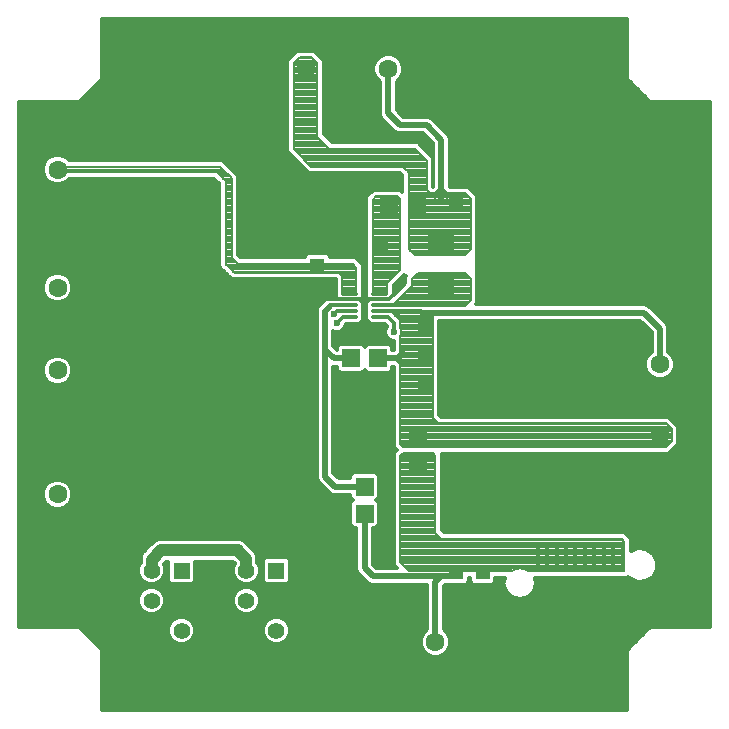
<source format=gtl>
G04 Output by ViewMate Pro V11.6.20  PentaLogix*
G04 Fri Sep 23 13:45:53 2016*
%FSLAX25Y25*%
%MOIN*%
%IPPOS*%
%ADD15R,0.0551X0.0551*%
%ADD16C,0.0551*%
%ADD17R,0.0472X0.0492*%
%ADD18R,0.0866X0.0807*%
%ADD19R,0.0157X0.0984*%
%ADD20C,0.0079*%
%ADD21C,0.0236*%
%ADD22C,0.0197*%
%ADD23C,0.0394*%
%ADD101R,0.0236X0.2165*%
%ADD102C,0.0118*%
%ADD103C,0.063*%
%ADD104R,0.0591X0.0591*%
%ADD105R,0.0492X0.0472*%

%LPD*%
X0Y0D2*D20*G1X133045Y49825D2*X167715D1*X129785Y149465D2*X121265D1*Y148695D2*X129015D1*X128235Y147925D2*X121265D1*Y147155D2*X127465D1*X126695Y146375D2*X121265D1*Y145605D2*X125985D1*Y144835D2*X121265D1*Y144065D2*X125985D1*Y143285D2*X121265D1*Y142515D2*X125985D1*X111025D2*X115745D1*Y143285D2*X111025D1*Y144065D2*X115745D1*Y144835D2*X111025D1*Y145605D2*X115745D1*Y146375D2*X111025D1*Y147155D2*X115745D1*Y147925D2*X111025D1*X110365Y148695D2*X115745D1*X114755Y151785D2*X72425D1*X73205Y151015D2*X115525D1*X115745Y149465D2*X74745D1*X73975Y150245D2*X115745D1*X72245Y152555D2*X75595D1*X74825Y153335D2*X72245D1*Y154105D2*X74215D1*Y154875D2*X72245D1*Y155645D2*X74215D1*Y156425D2*X72245D1*Y157195D2*X74215D1*Y157965D2*X72245D1*Y158735D2*X74215D1*Y159515D2*X72245D1*Y160285D2*X74215D1*Y161055D2*X72245D1*Y161825D2*X74215D1*Y162595D2*X72245D1*Y163375D2*X74215D1*Y164145D2*X72245D1*Y164915D2*X74215D1*Y165685D2*X72245D1*Y166465D2*X74215D1*Y167235D2*X72245D1*Y168005D2*X74215D1*Y168775D2*X72245D1*Y169555D2*X74215D1*Y170325D2*X72245D1*Y171095D2*X74215D1*Y171865D2*X72245D1*Y172645D2*X74215D1*Y173415D2*X72245D1*Y174185D2*X74215D1*Y174955D2*X72245D1*Y175735D2*X74215D1*Y176505D2*X72245D1*Y177275D2*X74215D1*Y178045D2*X72245D1*Y178825D2*X74215D1*Y179595D2*X72185D1*X71405Y180365D2*X74215D1*X73585Y181135D2*X70635D1*X69865Y181905D2*X72815D1*X72045Y182685D2*X14955D1*X14185Y183455D2*X71275D1*X70495Y184225D2*X14935D1*X70275Y184455D2*X15155D1*X14175Y183465*X15155Y182485*X69295*X72245Y179525*Y151965*X75195Y149015*X110045*X111025Y148035*Y141935*X115745*Y150785*X114565Y151965*X76185*X74215Y153935*Y180515*X70275Y184455*X101125Y220535D2*X96515D1*X95745Y219755D2*X101895D1*X102675Y218985D2*X94965D1*X94885Y218215D2*X102755D1*Y217445D2*X94885D1*Y216665D2*X102755D1*Y215895D2*X94885D1*Y215125D2*X102755D1*Y214355D2*X94885D1*Y213575D2*X102755D1*Y212805D2*X94885D1*Y212035D2*X102755D1*Y211265D2*X94885D1*Y210485D2*X102755D1*Y209715D2*X94885D1*Y208945D2*X102755D1*Y208175D2*X94885D1*Y207395D2*X102755D1*Y206625D2*X94885D1*Y205855D2*X102755D1*Y205085D2*X94885D1*Y204305D2*X102755D1*Y203535D2*X94885D1*Y202765D2*X102755D1*Y201995D2*X94885D1*Y201225D2*X102755D1*Y200445D2*X94885D1*Y199675D2*X102755D1*Y198905D2*X94885D1*Y198135D2*X102755D1*Y197355D2*X94885D1*Y196585D2*X102755D1*Y195815D2*X94885D1*Y195045D2*X102755D1*X102785Y194265D2*X94885D1*Y193495D2*X103555D1*X104325Y192725D2*X94885D1*Y191955D2*X105095D1*X105875Y191175D2*X94885D1*Y190405D2*X106645D1*X139175Y184995D2*X100235D1*X99465Y185775D2*X139175D1*X139045Y186545D2*X98695D1*X97925Y187315D2*X138275D1*X137505Y188085D2*X97145D1*X95605Y189635D2*X135955D1*X136735Y188865D2*X96375D1*X139175Y184225D2*X131525D1*X132295Y183455D2*X139175D1*Y182685D2*X133065D1*X133265Y181905D2*X139175D1*Y181135D2*X133265D1*Y180365D2*X139175D1*Y179595D2*X133265D1*Y178825D2*X139175D1*Y178045D2*X133265D1*Y177275D2*X139175D1*X139245Y176505D2*X133265D1*Y175735D2*X140015D1*X152605Y174955D2*X133265D1*X134515Y155645D2*X152695D1*X153465Y156425D2*X133735D1*X133265Y157195D2*X153935D1*Y157965D2*X133265D1*Y158735D2*X153935D1*Y159515D2*X133265D1*Y160285D2*X153935D1*Y161055D2*X133265D1*Y161825D2*X153935D1*Y162595D2*X133265D1*Y163375D2*X153935D1*Y164145D2*X133265D1*Y164915D2*X153935D1*Y165685D2*X133265D1*Y166465D2*X153935D1*Y167235D2*X133265D1*Y168005D2*X153935D1*Y168775D2*X133265D1*Y169555D2*X153935D1*Y170325D2*X133265D1*Y171095D2*X153935D1*Y171865D2*X133265D1*Y172645D2*X153935D1*Y173415D2*X133265D1*X153935Y173625D2*X151965Y175595D1*X140155*X139175Y176575*Y186415*X135235Y190355*X106695*X102755Y194295*Y218895*X100785Y220865*X96855*X94885Y218895*Y190355*X100785Y184455*X131305*X133265Y182485*Y156895*X135235Y154925*X151965*X153935Y156895*Y173625*X133265Y174185D2*X153375D1*X122025D2*X129755D1*X130315Y173415D2*X121265D1*Y172645D2*X130315D1*Y171865D2*X121265D1*Y171095D2*X130315D1*Y170325D2*X121265D1*Y169555D2*X130315D1*Y168775D2*X121265D1*Y168005D2*X130315D1*Y167235D2*X121265D1*Y166465D2*X130315D1*Y165685D2*X121265D1*Y164915D2*X130315D1*Y164145D2*X121265D1*Y163375D2*X130315D1*Y162595D2*X121265D1*Y161825D2*X130315D1*Y161055D2*X121265D1*Y160285D2*X130315D1*Y159515D2*X121265D1*Y158735D2*X130315D1*Y157965D2*X121265D1*Y157195D2*X130315D1*Y156425D2*X121265D1*Y155645D2*X130315D1*Y154875D2*X121265D1*Y154105D2*X130315D1*Y153335D2*X121265D1*Y152555D2*X130315D1*Y151785D2*X121265D1*Y151015D2*X130315D1*Y150245D2*X121265D1*X130315Y150005D2*Y173625D1*X129335Y174605*X122445*X121265Y173425*Y141935*X125845*X125985Y142075*Y145675*X130315Y150005*X152295Y148695D2*X135905D1*X135125Y147925D2*X153065D1*X153835Y147155D2*X134355D1*X134255Y146375D2*X153935D1*Y145605D2*X134255D1*Y144835D2*X153935D1*Y144065D2*X133625D1*X128225Y138655D2*X152635D1*X153405Y139425D2*X128995D1*X153935Y139965D2*Y147045D1*X151965Y149015*X136225*X134255Y147045*Y144685*X127955Y138385*Y137995*X151965*X153935Y139965*X129765Y140205D2*X153935D1*Y140975D2*X130535D1*X131315Y141745D2*X153935D1*Y142515D2*X132085D1*X132855Y143285D2*X153935D1*X127245Y136335D2*X139255D1*X140025Y135565D2*X128015D1*X128795Y134795D2*X140795D1*X141145Y134025D2*X129565D1*X130315Y133245D2*X141145D1*Y132475D2*X130315D1*Y131705D2*X141145D1*Y130935D2*X130315D1*X130705Y130155D2*X141145D1*Y129385D2*X130705D1*Y128615D2*X141145D1*Y127845D2*X130315D1*Y127065D2*X141145D1*Y126295D2*X130315D1*Y125525D2*X141145D1*Y124755D2*X130315D1*Y123975D2*X141145D1*Y123205D2*X130315D1*Y122435D2*X141145D1*Y121665D2*X130315D1*Y120895D2*X141145D1*Y120115D2*X130315D1*Y119345D2*X141145D1*Y118575D2*X130315D1*Y117805D2*X141145D1*Y117025D2*X130315D1*Y116255D2*X141145D1*Y115485D2*X130315D1*Y114715D2*X141145D1*Y113935D2*X130315D1*Y113165D2*X141145D1*Y112395D2*X130315D1*Y111625D2*X141145D1*Y110845D2*X130315D1*Y110075D2*X141145D1*Y109305D2*X130315D1*Y108535D2*X141145D1*Y107755D2*X130315D1*Y106985D2*X141145D1*Y106215D2*X130315D1*Y105445D2*X141145D1*Y104665D2*X130315D1*Y103895D2*X141145D1*Y103125D2*X130315D1*Y102355D2*X141145D1*Y101575D2*X130315D1*Y100805D2*X141145D1*X141895Y100035D2*X130315D1*Y99265D2*X142665D1*X219225Y98495D2*X130315D1*Y97715D2*X220005D1*X220775Y96945D2*X130315D1*Y96175D2*X220865D1*Y95405D2*X130315D1*Y94625D2*X220865D1*Y93855D2*X130315D1*Y93085D2*X220865D1*X220265Y92315D2*X130315D1*X130705Y91535D2*X219495D1*X131305Y90945D2*X218895D1*X220865Y92915*Y96855*X218895Y98825*X143115*X141145Y100785*Y134455*X139175Y136415*X127165*X130315Y133265*Y130705*X130705Y130315*Y128355*X130315Y127955*Y91935*X131305Y90945*X130775Y88445D2*X141675D1*X142125Y87675D2*X130315D1*Y86905D2*X142125D1*Y86135D2*X130315D1*Y85355D2*X142125D1*Y84585D2*X130315D1*Y83815D2*X142125D1*Y83045D2*X130315D1*Y82265D2*X142125D1*Y81495D2*X130315D1*Y80725D2*X142125D1*Y79955D2*X130315D1*Y79185D2*X142125D1*Y78405D2*X130315D1*Y77635D2*X142125D1*Y76865D2*X130315D1*Y76095D2*X142125D1*Y75315D2*X130315D1*Y74545D2*X142125D1*Y73775D2*X130315D1*Y73005D2*X142125D1*Y72225D2*X130315D1*Y71455D2*X142125D1*Y70685D2*X130315D1*Y69915D2*X142125D1*Y69135D2*X130315D1*Y68365D2*X142125D1*Y67595D2*X130315D1*Y66825D2*X142125D1*Y66045D2*X130315D1*Y65275D2*X142125D1*Y64505D2*X130315D1*Y63735D2*X142125D1*Y62955D2*X130315D1*Y62185D2*X142345D1*X143115Y61415D2*X130315D1*Y60645D2*X143885D1*X204695Y59875D2*X130315D1*Y59095D2*X205115D1*Y58325D2*X130315D1*Y57555D2*X205115D1*Y56785D2*X130315D1*Y56005D2*X205115D1*Y55235D2*X130315D1*Y54465D2*X205115D1*Y53695D2*X130315D1*Y52915D2*X205115D1*Y52145D2*X130735D1*X131505Y51375D2*X205115D1*Y50605D2*X132275D1*X172845Y49825D2*X204355D1*X173065Y49605D2*X204135D1*X205115Y50595*Y59455*X204135Y60435*X144095*X142125Y62405*Y87995*X141145Y88975*X131305*X130315Y87995*Y52565*X133265Y49605*X167495*X167815Y49935*X168965Y50235*X169335Y50395*X169545*X170275Y50595*X171015Y50395*X171215*X171595Y50235*X172735Y49935*X173065Y49605*D22*X142125Y25985D2*Y45865D1*X144095Y47835*X105315Y123425D2*Y136025D1*X131305Y122445D2*X129335Y120475D1*X131305Y118505D2*X129335Y120475D1*X123035*X113975D2*X108265D1*X105315Y123425*Y81105*X108665Y77755*X118505*Y68705D2*Y50595D1*X121265Y47835*X144095*X147635*X149015Y49215*X216935Y118505D2*Y130315D1*X211515Y135725*X137695*X142125Y174605D2*X144095Y176575D1*Y173625*X146065Y174605D2*X144095Y176575D1*Y193305*X139175Y198225*X130315*X126375Y202165*Y216935*D23*X47565Y49765D2*Y53465D1*X50595Y56495*X76185*Y56415*X79055Y53545*Y49765*D102*X83155Y51705D2*X84525D1*Y50535D2*X83585D1*Y49375D2*X84525D1*Y48205D2*X83315D1*X82735Y47035D2*X84525D1*X84935Y45875D2*X81495D1*X165135Y47035D2*X162105D1*X161865Y45875D2*X164815D1*X153645Y47035D2*X153245D1*X153005Y45875D2*X153885D1*X233665Y31875D2*X144885D1*Y33045D2*X233665D1*Y34215D2*X144885D1*Y35375D2*X233665D1*Y36545D2*X144885D1*Y37715D2*X233665D1*Y38875D2*X144885D1*X207285Y56365D2*X207435D1*X233665Y62195D2*X205435D1*X206595Y61035D2*X233665D1*Y59865D2*X207285D1*Y58705D2*X233665D1*Y57535D2*X207285D1*X213245Y56365D2*X233665D1*Y55205D2*X214795D1*X215405Y54035D2*X233665D1*Y52865D2*X215975D1*Y51705D2*X233665D1*Y50535D2*X215975D1*X215535Y49375D2*X233665D1*Y48205D2*X214925D1*X213615Y47035D2*X233665D1*X175425D2*X207045D1*X233665Y45875D2*X175735D1*X175535Y44705D2*X233665D1*Y43545D2*X175215D1*X174515Y42375D2*X233665D1*Y41205D2*X173345D1*X144885Y40045D2*X233665D1*X167205Y41205D2*X144885D1*Y42375D2*X166045D1*X165025Y44705D2*X144885D1*Y43545D2*X165335D1*X81685D2*X139375D1*Y42375D2*X82845D1*X83355Y41205D2*X139375D1*Y40045D2*X83585D1*Y38875D2*X139375D1*Y37715D2*X83105D1*X82235Y36545D2*X139375D1*X206105Y3895D2*X30905D1*Y5055D2*X206105D1*Y6225D2*X30905D1*Y7395D2*X206105D1*Y8555D2*X30905D1*Y9725D2*X206105D1*Y10885D2*X30905D1*Y12055D2*X206105D1*Y13225D2*X30905D1*Y14385D2*X206105D1*Y15555D2*X30905D1*Y16725D2*X206105D1*Y17885D2*X30905D1*Y19055D2*X206105D1*Y20215D2*X30905D1*X144885Y30715D2*X213475D1*X212315Y29545D2*X145525D1*X146465Y28385D2*X211145D1*X209975Y27215D2*X146945D1*X147045Y26045D2*X208815D1*X207645Y24885D2*X146995D1*X146515Y23715D2*X206485D1*X206105Y22555D2*X145655D1*X143885Y21385D2*X206105D1*X30905D2*X140375D1*X138605Y22555D2*X30905D1*X30525Y23715D2*X137745D1*X53435Y45875D2*X49995D1*X51235Y47035D2*X53035D1*Y48205D2*X51815D1*X52085Y49375D2*X53035D1*Y50535D2*X52085D1*X51655Y51705D2*X53035D1*X102915Y79695D2*X18155D1*X19775Y78525D2*X103995D1*X48955Y59865D2*X3345D1*Y58705D2*X47505D1*X46335Y57535D2*X3345D1*Y56365D2*X45175D1*X44235Y55205D2*X3345D1*Y54035D2*X43825D1*Y52865D2*X3345D1*Y51705D2*X43465D1*X43035Y50535D2*X3345D1*Y49375D2*X43035D1*X43305Y48205D2*X3345D1*Y47035D2*X43885D1*X45125Y45875D2*X3345D1*Y36545D2*X44375D1*X43515Y37715D2*X3345D1*Y38875D2*X43035D1*Y40045D2*X3345D1*Y41205D2*X43255D1*X43765Y42375D2*X3345D1*Y43545D2*X44935D1*X139375Y44705D2*X3345D1*X92805Y54035D2*X115745D1*Y52865D2*X93585D1*Y51705D2*X115745D1*Y50535D2*X93585D1*Y49375D2*X116025D1*X119325Y45875D2*X93185D1*X93585Y47035D2*X118165D1*X116995Y48205D2*X93585D1*X128155Y51705D2*X121295D1*X121265Y52865D2*X128155D1*Y54035D2*X121265D1*Y55205D2*X128155D1*Y56365D2*X121265D1*Y57535D2*X128155D1*Y58705D2*X121265D1*Y59865D2*X128155D1*Y61035D2*X121265D1*Y62195D2*X128155D1*X19435Y71525D2*X113785D1*X114085Y72695D2*X20435D1*X20915Y73855D2*X113995D1*X108055Y75025D2*X21065D1*X21055Y76195D2*X106335D1*X105165Y77355D2*X20575D1*X113785Y80855D2*X109465D1*X108295Y82025D2*X114355D1*X19615Y179975D2*X68735D1*X69905Y178805D2*X17765D1*X76375Y155485D2*X99535D1*X98525Y154325D2*X76895D1*X107675Y138195D2*X107485D1*X111225Y136225D2*X115545D1*X113385D2*X109255D1*X108265Y135235*X104925Y135825D2*Y136225D1*X106895Y138195*X107485*X105315Y136025*X105515D2*X107675Y138195D1*X113385*X115545D2*X111225D1*X145085Y159155D2*X144095D1*X145085Y156495D2*X144685D1*Y156895*X144885*Y156695*X145085*X145675*Y156305*X145275*Y156495*X145085*Y156695*Y159155*X102765Y221955D2*X206105D1*X104925Y196305D2*X128345D1*X127185Y197465D2*X104925D1*Y198635D2*X126015D1*X124845Y199795D2*X104925D1*Y200965D2*X123895D1*X123625Y202135D2*X104925D1*Y203295D2*X123625D1*Y204465D2*X104925D1*Y205625D2*X123625D1*Y206795D2*X104925D1*Y207965D2*X123625D1*Y209125D2*X104925D1*Y210295D2*X123625D1*Y211455D2*X104925D1*Y212625D2*X123625D1*X122555Y213795D2*X104925D1*Y214955D2*X121865D1*X121455Y216125D2*X104925D1*Y217295D2*X121455D1*X121685Y218455D2*X104925D1*Y219625D2*X122165D1*X123275Y220785D2*X103925D1*X206105D2*X129485D1*X130595Y219625D2*X206105D1*Y218455D2*X131075D1*X131305Y217295D2*X206105D1*Y216125D2*X131305D1*X130885Y214955D2*X206105D1*Y213795D2*X130205D1*X129135Y212625D2*X207145D1*X208315Y211455D2*X129135D1*Y210295D2*X209485D1*X210645Y209125D2*X129135D1*Y207965D2*X211815D1*X212975Y206795D2*X129135D1*X146855Y179975D2*X233665D1*Y181145D2*X146855D1*Y182305D2*X233665D1*Y183475D2*X146855D1*Y184635D2*X233665D1*Y185805D2*X146855D1*Y186975D2*X233665D1*Y188135D2*X146855D1*Y189305D2*X233665D1*Y190475D2*X146855D1*Y191635D2*X233665D1*Y192805D2*X146855D1*X146805Y193965D2*X233665D1*Y195135D2*X146165D1*X145005Y196305D2*X233665D1*Y197465D2*X143835D1*X129135Y205625D2*X233665D1*Y204465D2*X129135D1*X129145Y203295D2*X233665D1*Y202135D2*X130315D1*X139775Y200965D2*X233665D1*Y199795D2*X141505D1*X142665Y198635D2*X233665D1*X104975Y195135D2*X138375D1*X139535Y193965D2*X106145D1*X76375Y181145D2*X131105D1*Y179975D2*X76375D1*Y178805D2*X131105D1*Y177645D2*X76375D1*X130525Y176475D2*X131105D1*X76375D2*X121245D1*X120085Y175315D2*X76375D1*Y174145D2*X119095D1*Y172975D2*X76375D1*Y171815D2*X119095D1*Y170645D2*X76375D1*Y169485D2*X119095D1*Y168315D2*X76375D1*Y167145D2*X119095D1*Y165985D2*X76375D1*Y164815D2*X119095D1*Y163645D2*X76375D1*Y162485D2*X119095D1*Y161315D2*X76375D1*Y160155D2*X119095D1*Y158985D2*X76375D1*Y157815D2*X119095D1*Y156655D2*X76375D1*X105975Y155485D2*X119095D1*Y154325D2*X106985D1*X119095Y153155D2*X116445D1*X117615Y151985D2*X119095D1*Y150825D2*X117915D1*Y149655D2*X119095D1*Y148495D2*X117915D1*Y147325D2*X119095D1*Y146155D2*X117915D1*Y144995D2*X119095D1*Y143825D2*X117915D1*X125785Y142125D2*X121465D1*X138585Y130315D2*X139175D1*Y134255*Y134455D2*Y134255D1*X137695Y135725*X137205Y136225*X123625*X129725Y135435D2*X129525D1*X128745Y136225*X123625*X126375Y134255D2*X123625D1*X121465D2*X125785D1*X117755Y115835D2*X119255D1*X108075D2*X110205D1*X109255Y117005D2*X108075D1*X108635Y124005D2*X109255D1*X110265Y125165D2*X108075D1*X119315D2*X117695D1*X128155D2*X126745D1*X128155Y124005D2*X127755D1*Y117005D2*X128155D1*Y115835D2*X126805D1*X108075Y114675D2*X128155D1*Y113505D2*X108075D1*Y112345D2*X128155D1*Y111175D2*X108075D1*Y110005D2*X128155D1*Y108845D2*X108075D1*Y107675D2*X128155D1*Y106515D2*X108075D1*Y105345D2*X128155D1*Y104175D2*X108075D1*Y103015D2*X128155D1*Y101845D2*X108075D1*Y100685D2*X128155D1*Y99515D2*X108075D1*Y98345D2*X128155D1*Y97185D2*X108075D1*Y96015D2*X128155D1*Y94845D2*X108075D1*Y93685D2*X128155D1*Y92515D2*X108075D1*Y91355D2*X128155D1*X128995Y90185D2*X108075D1*Y89015D2*X128275D1*X128155Y87855D2*X108075D1*Y86685D2*X128155D1*Y85525D2*X108075D1*Y84355D2*X128155D1*Y83185D2*X108075D1*X128155Y82025D2*X122655D1*X123225Y80855D2*X128155D1*Y79695D2*X123225D1*Y78525D2*X128155D1*Y77355D2*X123225D1*Y76195D2*X128155D1*Y75025D2*X123225D1*X123015Y73855D2*X128155D1*Y72695D2*X122925D1*X123225Y71525D2*X128155D1*Y70365D2*X123225D1*Y69195D2*X128155D1*Y68025D2*X123225D1*Y66865D2*X128155D1*Y65695D2*X123225D1*X122745Y64535D2*X128155D1*X121265Y63975D2*Y51735D1*X122405Y50595*X129225*X128155Y51665*Y88895*X129225Y89965*X128155Y91035*Y117715*X127755*Y116785*X126715Y115745*X119345*X118505Y116595*X117665Y115745*X110295*X109255Y116785*Y117715*X108075*Y82245*X109805Y80515*X113785*Y81445*X114815Y82485*X122195*X123225Y81445*Y74075*X122385Y73225*X123225Y72385*Y65015*X122195Y63975*X121265*X128155Y63365D2*X121265D1*X233665D2*X144295D1*Y64535D2*X233665D1*Y65695D2*X144295D1*Y66865D2*X233665D1*Y68025D2*X144295D1*Y69195D2*X233665D1*Y70365D2*X144295D1*Y71525D2*X233665D1*Y72695D2*X144295D1*Y73855D2*X233665D1*Y75025D2*X144295D1*Y76195D2*X233665D1*Y77355D2*X144295D1*Y78525D2*X233665D1*Y79695D2*X144295D1*Y80855D2*X233665D1*Y82025D2*X144295D1*Y83185D2*X233665D1*Y84355D2*X144295D1*Y85525D2*X233665D1*Y86685D2*X144295D1*X233665Y100685D2*X220105D1*X221265Y99515D2*X233665D1*Y98345D2*X222435D1*X223035Y97185D2*X233665D1*Y96015D2*X223035D1*Y94845D2*X233665D1*Y93685D2*X223035D1*Y92515D2*X233665D1*Y91355D2*X222365D1*X221205Y90185D2*X233665D1*Y89015D2*X220035D1*X144295Y87855D2*X233665D1*Y101845D2*X143305D1*Y103015D2*X233665D1*Y104175D2*X143305D1*Y105345D2*X233665D1*Y106515D2*X143305D1*Y107675D2*X233665D1*Y108845D2*X143305D1*Y110005D2*X233665D1*Y111175D2*X143305D1*Y112345D2*X233665D1*Y113505D2*X143305D1*Y132165D2*X211185D1*X212355Y130995D2*X143305D1*Y129835D2*X213515D1*X214175Y128665D2*X143305D1*Y127505D2*X214175D1*Y126335D2*X143305D1*Y125165D2*X214175D1*Y124005D2*X143305D1*Y122835D2*X214175D1*X213135Y121665D2*X143305D1*Y120505D2*X212435D1*X212005Y119335D2*X143305D1*Y118175D2*X212005D1*X212225Y117005D2*X143305D1*Y115835D2*X212705D1*X213805Y114675D2*X143305D1*X233665D2*X220055D1*X221155Y115835D2*X233665D1*Y117005D2*X221635D1*X221855Y118175D2*X233665D1*Y119335D2*X221855D1*X221425Y120505D2*X233665D1*Y121665D2*X220725D1*X219685Y122835D2*X233665D1*Y124005D2*X219685D1*Y125165D2*X233665D1*Y126335D2*X219685D1*Y127505D2*X233665D1*Y128665D2*X219685D1*Y129835D2*X233665D1*Y130995D2*X219635D1*X218975Y132165D2*X233665D1*Y133335D2*X217815D1*X216645Y134495D2*X233665D1*Y135665D2*X215485D1*X214315Y136825D2*X233665D1*Y137995D2*X213145D1*X156105Y139165D2*X233665D1*Y140325D2*X156105D1*Y141495D2*X233665D1*Y142655D2*X156105D1*Y143825D2*X233665D1*Y144995D2*X156105D1*Y146155D2*X233665D1*Y147325D2*X156105D1*Y148495D2*X233665D1*Y149655D2*X156105D1*Y150825D2*X233665D1*Y151985D2*X156105D1*Y153155D2*X233665D1*Y154325D2*X156105D1*Y155485D2*X233665D1*Y156655D2*X156105D1*Y157815D2*X233665D1*Y158985D2*X156105D1*Y160155D2*X233665D1*Y161315D2*X156105D1*Y162485D2*X233665D1*Y163645D2*X156105D1*Y164815D2*X233665D1*Y165985D2*X156105D1*Y167145D2*X233665D1*Y168315D2*X156105D1*Y169485D2*X233665D1*Y170645D2*X156105D1*Y171815D2*X233665D1*Y172975D2*X156105D1*Y174145D2*X233665D1*Y175315D2*X155315D1*X154145Y176475D2*X233665D1*Y177645D2*X152985D1*X146855Y178805D2*X233665D1*X140515Y188135D2*X141335D1*Y189305D2*X139355D1*X138185Y190475D2*X141335D1*Y191635D2*X137015D1*X107305Y192805D2*X140705D1*X75485Y182305D2*X99865D1*X98705Y183475D2*X74315D1*X73145Y184635D2*X97535D1*X96375Y185805D2*X71985D1*X19595Y186975D2*X95205D1*X206105Y233615D2*X30905D1*Y232445D2*X206105D1*Y231285D2*X30905D1*Y230115D2*X206105D1*Y228955D2*X30905D1*Y227785D2*X206105D1*Y226615D2*X30905D1*Y225455D2*X206105D1*Y224285D2*X30905D1*Y223125D2*X206105D1*X94875Y221955D2*X30905D1*Y220785D2*X93715D1*X92715Y219625D2*X30905D1*Y218455D2*X92715D1*Y217295D2*X30905D1*Y216125D2*X92715D1*Y214955D2*X30905D1*Y213795D2*X92715D1*Y212625D2*X29865D1*X28695Y211455D2*X92715D1*Y210295D2*X27525D1*X26365Y209125D2*X92715D1*Y207965D2*X25195D1*X24035Y206795D2*X92715D1*Y205625D2*X3345D1*Y204465D2*X92715D1*Y203295D2*X3345D1*Y202135D2*X92715D1*Y200965D2*X3345D1*Y199795D2*X92715D1*Y198635D2*X3345D1*Y197465D2*X92715D1*Y196305D2*X3345D1*Y195135D2*X92715D1*Y193965D2*X3345D1*Y192805D2*X92715D1*Y191635D2*X3345D1*Y190475D2*X92715D1*X92875Y189305D2*X3345D1*X17725Y188135D2*X94035D1*X3345D2*X14565D1*X12685Y186975D2*X3345D1*Y185805D2*X11785D1*X11305Y184635D2*X3345D1*Y183475D2*X11225D1*X11295Y182305D2*X3345D1*Y181145D2*X11775D1*X12675Y179975D2*X3345D1*Y178805D2*X14525D1*X70085Y177645D2*X3345D1*Y176475D2*X70085D1*Y175315D2*X3345D1*Y174145D2*X70085D1*Y172975D2*X3345D1*Y171815D2*X70085D1*Y170645D2*X3345D1*Y169485D2*X70085D1*Y168315D2*X3345D1*Y167145D2*X70085D1*Y165985D2*X3345D1*Y164815D2*X70085D1*Y163645D2*X3345D1*Y162485D2*X70085D1*Y161315D2*X3345D1*Y160155D2*X70085D1*Y158985D2*X3345D1*Y157815D2*X70085D1*Y156655D2*X3345D1*Y155485D2*X70085D1*Y154325D2*X3345D1*Y153155D2*X70085D1*Y151985D2*X3345D1*Y150825D2*X70335D1*X12955Y140325D2*X3345D1*Y141495D2*X11895D1*X11415Y142655D2*X3345D1*Y143825D2*X11225D1*Y144995D2*X3345D1*Y146155D2*X11675D1*X12415Y147325D2*X3345D1*Y148495D2*X13895D1*X71495Y149655D2*X3345D1*X18395Y148495D2*X72665D1*X73825Y147325D2*X19875D1*X113385Y140155D2*X69295D1*X111225D2*X115545D1*X113385D2*X117525D1*X118505Y139175*X119095Y137215D2*Y139165D1*X117915Y136825D2*X119095D1*Y135665D2*X117915D1*X116805Y132165D2*X120205D1*X119095Y133335D2*X117915D1*Y134495D2*X119095D1*X115545Y134255D2*X111225D1*X113385D2*X111225D1*X109255Y132285*X125845Y130995D2*X111915D1*X110975Y129835D2*X125395D1*X125425Y128665D2*X108075D1*Y127505D2*X126005D1*X128155Y126335D2*X108075D1*X128155Y126375D2*X127765D1*X126675Y126825*X125845Y127655*X125395Y128745*Y129915*X125845Y131005*X125985Y131145*Y131305*X125405Y131895*X120475*X119095Y133275*Y135235*X119105*X119095Y135245*Y137205*X119105*X119095Y137215*X117915Y137995D2*X119095D1*X118505Y139175D2*Y138195D1*X117915Y139165D2*Y137215D1*X117905Y137205*X117915*Y135245*X117905Y135235*X117915*Y133275*X116535Y131895*X112205*Y131695*X111755Y130615*X110925Y129785*X109845Y129335*X108665*X108075Y129575*Y124565*X109255Y123385*Y124165*X110295Y125195*X117665*X118505Y124355*X119345Y125195*X126715*X127755Y124165*Y123225*X128155*Y126375*X128345Y129335D2*Y132285D1*X126375Y134255*X121465Y136225D2*X125785D1*X128345Y138195D2*X123625D1*X129165Y142655D2*X128155D1*X130705Y147325D2*X132085D1*Y146155D2*X129535D1*X128365Y144995D2*X131495D1*X128155Y144775D2*X131755Y148375D1*X132135Y147995*X132085Y147945*Y145585*X128155Y141645*Y144775*X130335Y143825D2*X128155D1*X126575Y140155D2*X130315Y143895D1*X121465Y138195D2*X125785D1*X126575Y140155D2*X123625D1*X121465D2*X125785D1*X119295D2*X123625D1*X117205Y140325D2*X119805D1*X119095Y141495D2*X117915D1*Y142655D2*X119095D1*X111225Y142125D2*X115545D1*X20615Y146155D2*X108855D1*Y144995D2*X21065D1*Y143825D2*X108855D1*Y142655D2*X20875D1*X20395Y141495D2*X108855D1*X18935Y139925D2*X17125Y139175D1*X15165*X13355Y139925*X11975Y141305*X11225Y143115*Y145075*X11975Y146885*X13355Y148265*X15165Y149015*X17125*X18935Y148265*X20315Y146885*X21065Y145075*Y143115*X20315Y141305*X18935Y139925*X105685Y140325D2*X19335D1*X3345Y139165D2*X104525D1*X103355Y137995D2*X3345D1*Y136825D2*X102565D1*Y135665D2*X3345D1*Y134495D2*X102565D1*Y133335D2*X3345D1*Y132165D2*X102565D1*Y130995D2*X3345D1*Y129835D2*X102565D1*Y128665D2*X3345D1*Y127505D2*X102565D1*Y126335D2*X3345D1*Y125165D2*X102565D1*Y124005D2*X3345D1*Y122835D2*X102565D1*X13415Y112345D2*X3345D1*Y113505D2*X12215D1*X11585Y114675D2*X3345D1*Y115835D2*X11225D1*Y117005D2*X3345D1*Y118175D2*X11495D1*X11985Y119335D2*X3345D1*Y120505D2*X13155D1*X102565Y121665D2*X3345D1*X19135Y120505D2*X102565D1*Y119335D2*X20305D1*X20795Y118175D2*X102565D1*Y117005D2*X21065D1*Y115835D2*X102565D1*Y114675D2*X20695D1*X20075Y113505D2*X102565D1*X18935Y112365D2*X17125Y111615D1*X15165*X13355Y112365*X11975Y113745*X11225Y115555*Y117515*X11975Y119325*X13355Y120705*X15165Y121455*X17125*X18935Y120705*X20315Y119325*X21065Y117515*Y115555*X20315Y113745*X18935Y112365*X102565Y112345D2*X18875D1*X3345Y111175D2*X102565D1*Y110005D2*X3345D1*Y108845D2*X102565D1*Y107675D2*X3345D1*Y106515D2*X102565D1*Y105345D2*X3345D1*Y104175D2*X102565D1*Y103015D2*X3345D1*Y101845D2*X102565D1*Y100685D2*X3345D1*Y99515D2*X102565D1*Y98345D2*X3345D1*Y97185D2*X102565D1*Y96015D2*X3345D1*Y94845D2*X102565D1*Y93685D2*X3345D1*Y92515D2*X102565D1*Y91355D2*X3345D1*Y90185D2*X102565D1*Y89015D2*X3345D1*Y87855D2*X102565D1*Y86685D2*X3345D1*Y85525D2*X102565D1*Y84355D2*X3345D1*Y83185D2*X102565D1*Y82025D2*X3345D1*Y80855D2*X102565D1*X14125Y79695D2*X3345D1*Y78525D2*X12505D1*X11715Y77355D2*X3345D1*Y76195D2*X11225D1*Y75025D2*X3345D1*Y73855D2*X11375D1*X11855Y72695D2*X3345D1*Y71525D2*X12855D1*X14965Y70365D2*X3345D1*X17125Y70275D2*X15165D1*X13355Y71025*X11975Y72415*X11225Y74215*Y76175*X11975Y77985*X13355Y79375*X15165Y80115*X17125*X18935Y79375*X20315Y77985*X21065Y76175*Y74215*X20315Y72415*X18935Y71025*X17125Y70275*X113785Y70365D2*X17325D1*X3345Y69195D2*X113785D1*Y68025D2*X3345D1*Y66865D2*X113785D1*Y65695D2*X3345D1*Y64535D2*X114265D1*X115745Y63365D2*X3345D1*Y62195D2*X115745D1*Y61035D2*X3345D1*X77825Y59865D2*X115745D1*Y58705D2*X79265D1*X80355Y57535D2*X115745D1*Y56365D2*X81525D1*X82415Y55205D2*X115745D1*X85305Y54035D2*X82795D1*X84525Y53255D2*Y46275D1*X85565Y45235*X92545*X93585Y46275*Y53255*X92545Y54295*X85565*X84525Y53255*X82795Y52865D2*X84525D1*X62085Y51705D2*X74955D1*X74525Y50535D2*X62085D1*Y49375D2*X74525D1*X74805Y48205D2*X62085D1*Y47035D2*X75375D1*X62085Y46275D2*X61055Y45235D1*X54075*X53035Y46275*Y52755*X52145*X51495Y52105*X52085Y50665*Y48865*X51395Y47205*X50125Y45925*X48465Y45235*X46655*X44995Y45925*X43725Y47205*X43035Y48865*Y50665*X43725Y52325*X43825Y52425*Y54205*X44385Y55585*X47425Y58615*X48475Y59665*X49845Y60235*X76925*X78305Y59665*X79355Y58615*X79405Y58485*X81175Y56715*X82225Y55665*X82795Y54285*Y52425*X82895Y52325*X83585Y50665*Y48865*X82895Y47205*X81625Y45925*X79955Y45235*X78155*X76495Y45925*X75215Y47205*X74525Y48865*Y50665*X75145Y52165*X74555Y52755*X62085*Y46275*X76625Y45875D2*X61685D1*X50185Y43545D2*X76425D1*X75265Y42375D2*X51355D1*X51865Y41205D2*X74755D1*X74525Y40045D2*X52085D1*Y38875D2*X74525D1*X75005Y37715D2*X51605D1*X50745Y36545D2*X75875D1*X3345Y33045D2*X54435D1*X53535Y31875D2*X3345D1*X86365Y26045D2*X60245D1*X61405Y27215D2*X85215D1*X84725Y28385D2*X61885D1*X62085Y29545D2*X84525D1*X84545Y30715D2*X62065D1*X61585Y31875D2*X85035D1*X85935Y33045D2*X60685D1*X58655Y34215D2*X87965D1*X3345D2*X56465D1*X46325Y35375D2*X3345D1*X48465Y35235D2*X46655D1*X44995Y35925*X43725Y37205*X43035Y38865*Y40665*X43725Y42325*X44995Y43605*X46655Y44295*X48465*X50125Y43605*X51395Y42325*X52085Y40665*Y38865*X51395Y37205*X50125Y35925*X48465Y35235*X77815Y35375D2*X48805D1*X79955Y35235D2*X78155D1*X76495Y35925*X75215Y37205*X74525Y38865*Y40665*X75215Y42325*X76495Y43605*X78155Y44295*X79955*X81625Y43605*X82895Y42325*X83585Y40665*Y38865*X82895Y37205*X81625Y35925*X79955Y35235*X139375Y35375D2*X80295D1*X90155Y34215D2*X139375D1*Y33045D2*X92175D1*X93085Y31875D2*X139375D1*Y30715D2*X93565D1*X93585Y29545D2*X138725D1*X137795Y28385D2*X93385D1*X92905Y27215D2*X137305D1*X91625Y25925D2*X89955Y25235D1*X88155*X86495Y25925*X85215Y27205*X84525Y28865*Y30665*X85215Y32325*X86495Y33605*X88155Y34295*X89955*X91625Y33605*X92895Y32325*X93585Y30665*Y28865*X92895Y27205*X91625Y25925*X137205Y26045D2*X91745D1*X137205Y25005D2*Y26965D1*X137955Y28775*X139335Y30155*X139375Y30175*Y45085*X120715*X119705Y45495*X118925Y46275*X116165Y49035*X115745Y50045*Y63975*X114815*X113785Y65015*Y72385*X114625Y73225*X113785Y74075*Y75005*X108115*X107105Y75425*X106325Y76195*X102975Y79545*X102565Y80555*Y137205*X103945Y138585*X105915Y140555*X109345*X108855Y141035*Y146855*X74305*X73035Y148125*X70085Y151075*Y178635*X68395Y180315*X19955*X18935Y179295*X17125Y178545*X15165*X13355Y179295*X11975Y180675*X11225Y182485*Y184445*X11975Y186255*X13355Y187635*X15165Y188385*X17125*X18935Y187635*X19955Y186615*X71175*X72445Y185345*X76375Y181415*Y154835*X77075Y154135*X98525*Y154475*X99565Y155515*X105955*X106985Y154475*Y154135*X115465*X116735Y152865*X117915Y151685*Y141035*X116985Y140105*X117915Y139165*X119095*X120025Y140105*X119095Y141035*Y174325*X120275Y175505*X121545Y176775*X130225*X131105Y175895*Y181585*X130405Y182285*X99895*X93985Y188195*X92715Y189455*Y219795*X94685Y221765*X95955Y223035*X101685*X103655Y221065*X104925Y219795*Y195185*X107595Y192525*X136135*X140075Y188585*X141335Y187315*Y177755*Y192165*X138035Y195475*X129765*X128755Y195895*X127975Y196665*X124045Y200605*X123625Y201615*Y212745*X123595Y212755*X122205Y214145*X121455Y215955*Y217905*X122205Y219715*X123595Y221105*X125405Y221855*X127355*X129165Y221105*X130555Y219715*X131305Y217905*Y215955*X130555Y214145*X129165Y212755*X129135Y212745*Y203305*X131455Y200985*X139725*X140735Y200565*X145655Y195645*X146435Y194865*X146855Y193855*Y177755*X152865*X154835Y175785*X156105Y174525*Y139065*X155525Y138485*X212065*X213075Y138065*X213855Y137295*X219265Y131875*X219685Y130865*Y122695*X219715Y122675*X221105Y121295*X221855Y119485*Y117525*X221105Y115715*X219715Y114335*X217905Y113585*X215955*X214145Y114335*X212755Y115715*X212005Y117525*Y119485*X212755Y121295*X214145Y122675*X214175Y122695*Y129175*X210375Y132975*X143305*Y101685*X144005Y100985*X219795*X221765Y99015*X223035Y97745*Y92015*X221065Y90045*X219795Y88785*X144295*Y63295*X144995Y62595*X205035*X206015Y61615*X207285Y60345*Y56305*X209745Y57245*X212455Y56915*X214705Y55365*X215975Y52945*Y50205*X214705Y47795*X212455Y46235*X209745Y45905*X207195Y46875*X206395Y47785*X206055Y47445*X175315*X175785Y45675*X175055Y42915*X173035Y40895*X170275Y40155*X167525Y40895*X165505Y42915*X164765Y45675*X165235Y47445*X162105*Y46115*X161065Y45085*X154685*X153645Y46115*Y47445*X153245*Y46115*X152215Y45085*X145235*X144885Y44725*Y30175*X144915Y30155*X146295Y28775*X147045Y26965*Y25005*X146295Y23195*X144915Y21815*X143105Y21065*X141145*X139335Y21815*X137955Y23195*X137205Y25005*X29365Y24885D2*X137255D1*X23335Y30905D2*X24605Y29635D1*X30905Y23335*Y3345*X206105*Y23335*X212405Y29635*X213675Y30905*X233665*Y206105*X213675*X212405Y207375*X206105Y213675*Y233665*X30905*Y213675*X24605Y207375*X23335Y206105*X3345*Y30905*X23335*X53055Y30715D2*X23535D1*X24695Y29545D2*X53035D1*X53235Y28385D2*X25865D1*X54995Y25925D2*X53725Y27205D1*X53035Y28865*Y30665*X53725Y32325*X54995Y33605*X56655Y34295*X58465*X60125Y33605*X61395Y32325*X62085Y30665*Y28865*X61395Y27205*X60125Y25925*X58465Y25235*X56655*X54995Y25925*X28195Y26045D2*X54875D1*X53715Y27215D2*X27035D1*D15*X57565Y49765D3*X89055D3*D16*X79055Y49765D3*Y39765D3*X89055Y29765D3*X79055D3*X57565D3*X47565D3*Y39765D3*Y49765D3*D17*X116935Y156895D3*X124015D3*X145675Y130315D3*X138585D3*Y121455D3*X145675D3*Y112595D3*X138585D3*D18*X144095Y144785D3*Y159155D3*D19*X176185Y37205D3*X179335D3*X182485D3*X185635D3*X188785D3*X191935D3*X195085D3*X198225D3*X201375D3*X204525D3*Y54135D3*X201375D3*X198225D3*X195085D3*X191935D3*X188785D3*X185635D3*X182485D3*X179335D3*X176185D3*D21*X126375Y232675D3*Y224805D3*X165745Y209055D3*X181495Y177565D3*X173625D3*X130315Y145085D3*X128345Y129335D3*X126375Y126375D3*Y114565D3*X118505D3*X110635D3*Y126375D3*X118505D3*Y132285D3*Y138195D3*Y144095D3*Y150005D3*X94885Y161815D3*X87005D3*Y177565D3*Y169685D3*X24015D3*X16145D3*X8265D3*Y177565D3*X24015Y193305D3*X16145D3*X8265Y185435D3*Y193305D3*Y201185D3*X16145D3*X24015D3*X47635D3*Y209055D3*X79135Y216935D3*X87005D3*Y209055D3*Y201185D3*Y193305D3*Y185435D3*X94885D3*X102755Y177565D3*X94885D3*Y169685D3*X102755D3*X110635Y161815D3*X118505D3*Y169685D3*X110635D3*Y177565D3*X118505D3*X134255Y193305D3*X126375D3*X118505D3*X110635D3*Y209055D3*Y201185D3*X118505D3*Y209055D3*Y216935D3*X110635D3*Y224805D3*X118505D3*Y232675D3*X110635D3*X94885D3*X102755D3*Y224805D3*X94885D3*X87005D3*Y232675D3*X71265D3*X79135D3*Y224805D3*X71265D3*X63385Y216935D3*X55515D3*Y232675D3*X63385D3*Y224805D3*X55515D3*X47635D3*Y232675D3*X31895D3*X39765D3*Y224805D3*X31895D3*Y216935D3*Y209055D3*X39765D3*Y201185D3*X31895D3*Y193305D3*X39765D3*X47635D3*X55515D3*X63385D3*Y201185D3*X55515D3*Y209055D3*X63385D3*X71265D3*X79135D3*Y201185D3*X71265D3*Y193305D3*X79135D3*Y185435D3*Y177565D3*Y169685D3*Y161815D3*X71265Y138195D3*X79135D3*X94885D3*Y146065D3*X102755D3*Y138195D3*X107675Y141145D3*X108265Y135235D3*X109255Y132285D3*X94885Y122445D3*Y114565D3*X87005D3*X71265Y122445D3*X79135D3*Y130315D3*X71265D3*X47635D3*X55515D3*X63385D3*Y122445D3*X55515D3*X47635D3*X31895D3*X39765D3*Y130315D3*X31895D3*Y138195D3*X39765D3*X47635D3*X55515D3*X63385D3*Y153935D3*X55515D3*X47635D3*Y161815D3*X55515D3*X63385D3*Y169685D3*X55515D3*X47635D3*X39765D3*X31895D3*Y161815D3*X39765D3*Y153935D3*X31895D3*X16145D3*X24015D3*Y161815D3*X16145D3*X8265D3*Y153935D3*Y146065D3*X16145Y138195D3*X24015D3*Y130315D3*X16145D3*Y122445D3*X24015D3*Y98825D3*Y106695D3*X16145D3*Y98825D3*Y83075D3*Y90945D3*X24015D3*Y83075D3*X63385Y51575D3*Y43705D3*X87005Y20085D3*Y12205D3*X94885D3*X102755D3*Y20085D3*X94885D3*Y35825D3*Y27955D3*X102755D3*Y35825D3*Y43705D3*X94885D3*Y51575D3*X102755D3*X110635D3*X181495Y27955D3*X173625D3*Y20085D3*X181495D3*Y12205D3*X173625D3*Y4335D3*X181495D3*X205115D3*X197245D3*X189375D3*Y12205D3*X197245D3*X205115D3*Y20085D3*X197245D3*X189375D3*Y27955D3*X197245D3*X205115D3*X220865Y51575D3*Y43705D3*Y35825D3*X228745D3*Y43705D3*Y51575D3*Y59455D3*X212995Y75195D3*X220865D3*Y67325D3*X212995D3*X205115D3*Y75195D3*X165745D3*Y67325D3*X150005D3*X157875D3*Y75195D3*X150005D3*Y83075D3*X157875D3*X165745D3*X173625D3*X181495D3*Y75195D3*X173625D3*Y67325D3*X181495D3*X189375D3*X197245D3*Y75195D3*X189375D3*Y83075D3*X197245D3*X205115D3*X212995D3*X220865D3*Y106695D3*X212995D3*X189375Y130315D3*X197245D3*X205115D3*Y122445D3*X197245D3*X189375D3*Y114565D3*X197245D3*X205115D3*Y106695D3*X197245D3*X189375D3*X181495D3*X173625D3*Y114565D3*X181495D3*Y122445D3*X173625D3*Y130315D3*X181495D3*Y146065D3*X173625D3*Y153935D3*X181495D3*X205115D3*X197245D3*X189375D3*Y146065D3*X197245D3*X205115D3*X212995D3*Y153935D3*X220865Y185435D3*X212995D3*Y177565D3*X220865D3*X228745Y161815D3*Y169685D3*Y177565D3*Y185435D3*Y193305D3*Y201185D3*X220865D3*X212995D3*X205115Y209055D3*X189375Y201185D3*Y209055D3*X197245D3*Y201185D3*X205115D3*Y193305D3*Y185435D3*Y177565D3*X197245D3*X189375D3*Y185435D3*X197245D3*Y193305D3*X189375D3*X181495D3*Y185435D3*X173625D3*Y193305D3*Y201185D3*X181495D3*Y209055D3*X173625D3*Y216935D3*X181495D3*X205115Y232675D3*Y224805D3*Y216935D3*X197245D3*X189375D3*Y224805D3*X197245D3*Y232675D3*X189375D3*X181495D3*Y224805D3*X173625D3*Y232675D3*X165745D3*Y224805D3*Y216935D3*X157875D3*X150005D3*Y224805D3*X157875D3*Y232675D3*X150005D3*X142125D3*X134255D3*Y224805D3*X142125D3*Y216935D3*X134255D3*Y209055D3*X142125D3*Y201185D3*X150005D3*Y209055D3*X157875D3*Y201185D3*X165745D3*Y193305D3*X150005Y185435D3*Y193305D3*X157875D3*Y185435D3*X165745D3*Y177565D3*X157875D3*X147045Y165745D3*X150985D3*X157875Y153935D3*X165745D3*Y146065D3*X157875D3*X150005Y130315D3*X157875D3*X165745D3*Y122445D3*X157875D3*X150005D3*Y114565D3*X157875D3*X165745D3*Y106695D3*X157875D3*X150005D3*X144095D3*X126375Y83075D3*Y90945D3*X118505Y98825D3*X126375D3*Y106695D3*X118505D3*X110635D3*Y98825D3*Y90945D3*X118505D3*Y83075D3*X110635D3*Y67325D3*X102755D3*X94885D3*X87005D3*X79135D3*X71265Y90945D3*Y83075D3*X79135D3*Y90945D3*X87005D3*Y83075D3*X94885D3*Y90945D3*Y98825D3*Y106695D3*X87005D3*Y98825D3*X79135D3*Y106695D3*X71265D3*Y98825D3*X55515D3*X63385D3*Y106695D3*X55515D3*X47635D3*Y98825D3*X39765D3*Y106695D3*X31895D3*Y98825D3*Y90945D3*Y83075D3*X39765D3*Y90945D3*X47635D3*Y83075D3*X55515D3*Y90945D3*X63385D3*Y83075D3*Y67325D3*X55515D3*X47635D3*X8265Y35825D3*X16145D3*X24015D3*Y43705D3*X16145D3*Y51575D3*X24015D3*Y59455D3*X16145D3*Y67325D3*X24015D3*X31895D3*X39765D3*Y59455D3*X31895D3*Y51575D3*X39765D3*Y43705D3*X31895D3*Y35825D3*X39765D3*Y27955D3*X31895D3*Y20085D3*X39765D3*Y12205D3*X31895D3*Y4335D3*X39765D3*X47635D3*X55515D3*X63385D3*Y12205D3*X55515D3*X47635D3*Y20085D3*X55515D3*X63385D3*Y27955D3*Y35825D3*X71265D3*Y27955D3*Y20085D3*X79135D3*Y12205D3*X71265D3*Y4335D3*X79135D3*X87005D3*X94885D3*X102755D3*X110635D3*X118505D3*X126375D3*Y12205D3*X118505D3*X110635D3*Y20085D3*X118505D3*X126375D3*Y27955D3*X134255Y43705D3*X126375D3*X118505D3*X110635D3*Y35825D3*Y27955D3*X118505D3*Y35825D3*X126375D3*X134255D3*Y27955D3*Y20085D3*X142125Y12205D3*X134255D3*Y4335D3*X142125D3*X150005D3*X157875D3*X165745D3*Y12205D3*X157875D3*X150005D3*Y20085D3*X157875D3*X165745D3*Y27955D3*X157875D3*X150005D3*X149015Y36815D3*X157875D3*D101*X118505Y138195D3*D102*X154835Y175785D3*X141335Y177755D3*Y178805D3*Y179975D3*Y181145D3*Y182305D3*Y183475D3*Y184635D3*Y185805D3*Y186975D3*D103*X16145Y75195D3*Y116535D3*Y144095D3*Y183465D3*X43705Y216935D3*X71265D3*X98825D3*X126375D3*X216935Y193305D3*Y169685D3*Y118505D3*Y94885D3*X142125Y25985D3*D104*X135825Y171655D3*X126775D3*X118505Y68705D3*Y77755D3*X136225Y85435D3*Y94485D3*X123035Y120475D3*X113975D3*D105*X157875Y49215D3*Y42125D3*X149015D3*Y49215D3*X102755Y151375D3*Y158465D3*X149015Y180115D3*Y173035D3*X0Y0D2*M02*
</source>
